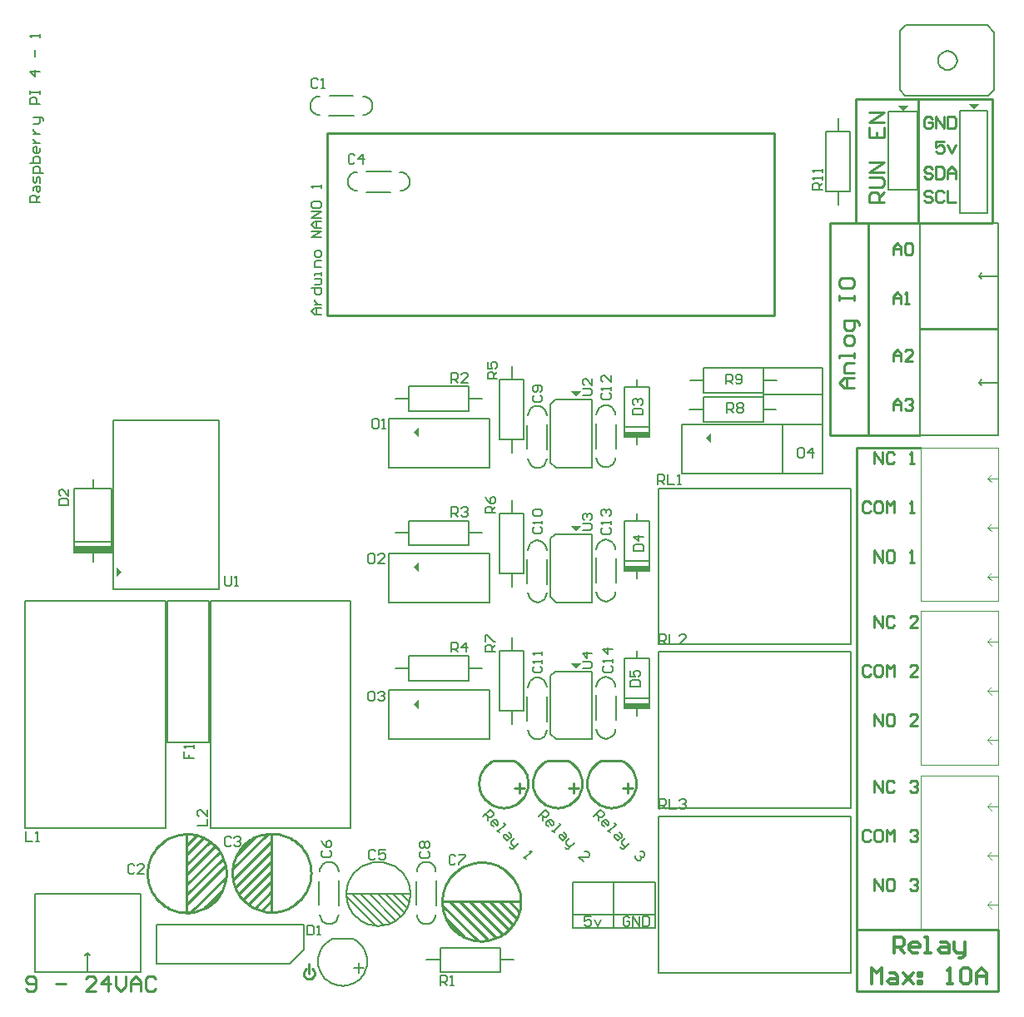
<source format=gto>
G04 Layer_Color=65535*
%FSLAX25Y25*%
%MOIN*%
G70*
G01*
G75*
%ADD14C,0.01181*%
%ADD43C,0.01000*%
%ADD44C,0.00787*%
%ADD45C,0.00394*%
%ADD46C,0.00700*%
%ADD47C,0.00709*%
%ADD48R,0.10000X0.02000*%
%ADD49R,0.15000X0.03000*%
G36*
X1342043Y959303D02*
X1340043Y961303D01*
X1342043Y963303D01*
Y959303D01*
D02*
G37*
G36*
X1405153Y975673D02*
X1403154Y977673D01*
X1407154D01*
X1405153Y975673D01*
D02*
G37*
G36*
X1223161Y959252D02*
X1221161Y957252D01*
Y961252D01*
X1223161Y959252D01*
D02*
G37*
G36*
X1342043Y904382D02*
X1340043Y906382D01*
X1342043Y908382D01*
Y904382D01*
D02*
G37*
G36*
X1405153Y920752D02*
X1403154Y922752D01*
X1407154D01*
X1405153Y920752D01*
D02*
G37*
G36*
X1536024Y1144082D02*
X1534024Y1146082D01*
X1538024D01*
X1536024Y1144082D01*
D02*
G37*
G36*
X1564370Y1144516D02*
X1562370Y1146516D01*
X1566370D01*
X1564370Y1144516D01*
D02*
G37*
G36*
X1405153Y1029512D02*
X1403154Y1031512D01*
X1407154D01*
X1405153Y1029512D01*
D02*
G37*
G36*
X1459185Y1010779D02*
X1457185Y1012780D01*
X1459185Y1014779D01*
Y1010779D01*
D02*
G37*
G36*
X1342043Y1013142D02*
X1340043Y1015142D01*
X1342043Y1017142D01*
Y1013142D01*
D02*
G37*
D14*
X1532239Y806761D02*
Y813058D01*
X1535387D01*
X1536437Y812008D01*
Y809909D01*
X1535387Y808860D01*
X1532239D01*
X1534338D02*
X1536437Y806761D01*
X1541685D02*
X1539585D01*
X1538536Y807810D01*
Y809909D01*
X1539585Y810959D01*
X1541685D01*
X1542734Y809909D01*
Y808860D01*
X1538536D01*
X1544833Y806761D02*
X1546932D01*
X1545883D01*
Y813058D01*
X1544833D01*
X1551130Y810959D02*
X1553229D01*
X1554279Y809909D01*
Y806761D01*
X1551130D01*
X1550081Y807810D01*
X1551130Y808860D01*
X1554279D01*
X1556378Y810959D02*
Y807810D01*
X1557428Y806761D01*
X1560576D01*
Y805711D01*
X1559527Y804662D01*
X1558477D01*
X1560576Y806761D02*
Y810959D01*
X1523318Y794270D02*
Y800568D01*
X1525417Y798468D01*
X1527516Y800568D01*
Y794270D01*
X1530665Y798468D02*
X1532764D01*
X1533813Y797419D01*
Y794270D01*
X1530665D01*
X1529615Y795320D01*
X1530665Y796370D01*
X1533813D01*
X1535912Y798468D02*
X1540110Y794270D01*
X1538011Y796370D01*
X1540110Y798468D01*
X1535912Y794270D01*
X1542209Y798468D02*
X1543259D01*
Y797419D01*
X1542209D01*
Y798468D01*
Y795320D02*
X1543259D01*
Y794270D01*
X1542209D01*
Y795320D01*
X1553754Y794270D02*
X1555853D01*
X1554804D01*
Y800568D01*
X1553754Y799518D01*
X1559002D02*
X1560051Y800568D01*
X1562150D01*
X1563200Y799518D01*
Y795320D01*
X1562150Y794270D01*
X1560051D01*
X1559002Y795320D01*
Y799518D01*
X1565299Y794270D02*
Y798468D01*
X1567398Y800568D01*
X1569497Y798468D01*
Y794270D01*
Y797419D01*
X1565299D01*
D43*
X1297006Y800270D02*
X1296320Y799605D01*
X1295977Y798713D01*
X1296038Y797759D01*
X1296494Y796918D01*
X1297260Y796346D01*
X1298195Y796148D01*
X1299127Y796359D01*
X1299885Y796942D01*
X1300329Y797789D01*
X1300377Y798743D01*
X1300021Y799630D01*
X1299325Y800287D01*
X1371984Y883606D02*
X1371098Y883158D01*
X1370262Y882622D01*
X1369484Y882005D01*
X1368772Y881313D01*
X1368133Y880553D01*
X1367574Y879732D01*
X1367101Y878859D01*
X1366718Y877943D01*
X1366429Y876993D01*
X1366237Y876019D01*
X1366144Y875030D01*
X1366152Y874037D01*
X1366259Y873050D01*
X1366465Y872079D01*
X1366768Y871133D01*
X1367165Y870223D01*
X1367651Y869357D01*
X1368222Y868544D01*
X1368872Y867794D01*
X1369594Y867112D01*
X1370381Y866507D01*
X1371225Y865984D01*
X1372118Y865548D01*
X1373049Y865205D01*
X1374011Y864957D01*
X1374992Y864808D01*
X1375984Y864757D01*
X1376976Y864808D01*
X1377958Y864957D01*
X1378919Y865205D01*
X1379851Y865548D01*
X1380743Y865984D01*
X1381588Y866507D01*
X1382375Y867112D01*
X1383097Y867794D01*
X1383747Y868544D01*
X1384317Y869357D01*
X1384804Y870223D01*
X1385200Y871133D01*
X1385503Y872079D01*
X1385709Y873050D01*
X1385817Y874037D01*
X1385824Y875030D01*
X1385731Y876019D01*
X1385540Y876993D01*
X1385251Y877943D01*
X1384867Y878859D01*
X1384394Y879732D01*
X1383835Y880553D01*
X1383197Y881313D01*
X1382485Y882005D01*
X1381706Y882622D01*
X1380870Y883158D01*
X1379984Y883606D01*
X1393589D02*
X1392703Y883158D01*
X1391866Y882622D01*
X1391088Y882005D01*
X1390376Y881313D01*
X1389738Y880553D01*
X1389179Y879732D01*
X1388705Y878859D01*
X1388322Y877943D01*
X1388033Y876993D01*
X1387842Y876019D01*
X1387749Y875030D01*
X1387756Y874037D01*
X1387864Y873050D01*
X1388070Y872079D01*
X1388373Y871133D01*
X1388769Y870223D01*
X1389255Y869357D01*
X1389826Y868544D01*
X1390476Y867794D01*
X1391198Y867112D01*
X1391985Y866507D01*
X1392829Y865984D01*
X1393722Y865548D01*
X1394654Y865205D01*
X1395615Y864957D01*
X1396597Y864808D01*
X1397589Y864757D01*
X1398580Y864808D01*
X1399562Y864957D01*
X1400524Y865205D01*
X1401455Y865548D01*
X1402348Y865984D01*
X1403192Y866507D01*
X1403979Y867112D01*
X1404701Y867794D01*
X1405351Y868544D01*
X1405922Y869357D01*
X1406408Y870223D01*
X1406805Y871133D01*
X1407108Y872079D01*
X1407314Y873050D01*
X1407421Y874037D01*
X1407428Y875030D01*
X1407336Y876019D01*
X1407144Y876993D01*
X1406855Y877943D01*
X1406472Y878859D01*
X1405998Y879732D01*
X1405439Y880553D01*
X1404801Y881313D01*
X1404089Y882005D01*
X1403311Y882622D01*
X1402474Y883158D01*
X1401589Y883606D01*
X1415193D02*
X1414307Y883158D01*
X1413471Y882622D01*
X1412693Y882005D01*
X1411981Y881313D01*
X1411342Y880553D01*
X1410783Y879732D01*
X1410310Y878859D01*
X1409927Y877943D01*
X1409638Y876993D01*
X1409446Y876019D01*
X1409353Y875030D01*
X1409361Y874037D01*
X1409468Y873050D01*
X1409674Y872079D01*
X1409977Y871133D01*
X1410373Y870223D01*
X1410860Y869357D01*
X1411431Y868544D01*
X1412080Y867794D01*
X1412803Y867112D01*
X1413590Y866507D01*
X1414434Y865984D01*
X1415326Y865548D01*
X1416258Y865205D01*
X1417220Y864957D01*
X1418201Y864808D01*
X1419193Y864757D01*
X1420185Y864808D01*
X1421166Y864957D01*
X1422128Y865205D01*
X1423060Y865548D01*
X1423952Y865984D01*
X1424796Y866507D01*
X1425583Y867112D01*
X1426305Y867794D01*
X1426955Y868544D01*
X1427526Y869357D01*
X1428012Y870223D01*
X1428409Y871133D01*
X1428712Y872079D01*
X1428918Y873050D01*
X1429025Y874037D01*
X1429033Y875030D01*
X1428940Y876019D01*
X1428748Y876993D01*
X1428459Y877943D01*
X1428076Y878859D01*
X1427603Y879732D01*
X1427044Y880553D01*
X1426405Y881313D01*
X1425693Y882005D01*
X1424915Y882622D01*
X1424079Y883158D01*
X1423193Y883606D01*
X1264961Y838484D02*
X1264929Y839483D01*
X1264834Y840478D01*
X1264676Y841465D01*
X1264456Y842439D01*
X1264174Y843398D01*
X1263833Y844337D01*
X1263432Y845253D01*
X1262974Y846141D01*
X1262461Y846998D01*
X1261894Y847821D01*
X1261276Y848607D01*
X1260610Y849352D01*
X1259898Y850053D01*
X1259143Y850707D01*
X1258347Y851312D01*
X1257515Y851866D01*
X1256650Y852365D01*
X1255755Y852809D01*
X1254833Y853195D01*
X1253889Y853522D01*
X1252925Y853788D01*
X1251947Y853993D01*
X1250958Y854135D01*
X1249962Y854214D01*
X1248963Y854230D01*
X1247965Y854183D01*
X1246971Y854072D01*
X1245987Y853899D01*
X1245016Y853663D01*
X1244062Y853366D01*
X1243128Y853010D01*
X1242219Y852594D01*
X1241339Y852122D01*
X1240489Y851596D01*
X1239675Y851016D01*
X1238900Y850386D01*
X1238166Y849708D01*
X1237476Y848985D01*
X1236834Y848219D01*
X1236241Y847414D01*
X1235701Y846574D01*
X1235215Y845700D01*
X1234786Y844798D01*
X1234414Y843870D01*
X1234103Y842921D01*
X1233852Y841954D01*
X1233662Y840973D01*
X1233536Y839981D01*
X1233473Y838984D01*
Y837985D01*
X1233536Y836987D01*
X1233662Y835996D01*
X1233852Y835015D01*
X1234103Y834048D01*
X1234414Y833098D01*
X1234786Y832170D01*
X1235215Y831268D01*
X1235701Y830395D01*
X1236241Y829554D01*
X1236834Y828749D01*
X1237476Y827984D01*
X1238166Y827261D01*
X1238900Y826583D01*
X1239675Y825953D01*
X1240489Y825373D01*
X1241339Y824846D01*
X1242219Y824374D01*
X1243128Y823959D01*
X1244062Y823602D01*
X1245016Y823306D01*
X1245987Y823070D01*
X1246971Y822896D01*
X1247965Y822786D01*
X1248963Y822738D01*
X1249962Y822754D01*
X1250958Y822833D01*
X1251947Y822976D01*
X1252925Y823180D01*
X1253889Y823446D01*
X1254833Y823773D01*
X1255755Y824159D01*
X1256650Y824603D01*
X1257515Y825103D01*
X1258347Y825656D01*
X1259142Y826262D01*
X1259898Y826916D01*
X1260610Y827617D01*
X1261276Y828362D01*
X1261894Y829147D01*
X1262461Y829970D01*
X1262974Y830828D01*
X1263432Y831716D01*
X1263833Y832631D01*
X1264174Y833570D01*
X1264456Y834529D01*
X1264676Y835504D01*
X1264834Y836491D01*
X1264929Y837485D01*
X1264961Y838484D01*
X1298917Y838681D02*
X1298886Y839680D01*
X1298791Y840675D01*
X1298633Y841661D01*
X1298413Y842636D01*
X1298131Y843595D01*
X1297789Y844534D01*
X1297389Y845450D01*
X1296931Y846338D01*
X1296417Y847195D01*
X1295851Y848018D01*
X1295233Y848804D01*
X1294567Y849549D01*
X1293855Y850249D01*
X1293099Y850904D01*
X1292304Y851509D01*
X1291472Y852063D01*
X1290607Y852562D01*
X1289711Y853006D01*
X1288790Y853392D01*
X1287845Y853719D01*
X1286882Y853985D01*
X1285904Y854190D01*
X1284915Y854332D01*
X1283919Y854411D01*
X1282919Y854427D01*
X1281921Y854380D01*
X1280928Y854269D01*
X1279944Y854095D01*
X1278973Y853860D01*
X1278019Y853563D01*
X1277085Y853206D01*
X1276176Y852791D01*
X1275295Y852319D01*
X1274446Y851792D01*
X1273632Y851213D01*
X1272857Y850583D01*
X1272122Y849905D01*
X1271433Y849181D01*
X1270790Y848416D01*
X1270198Y847611D01*
X1269658Y846770D01*
X1269172Y845897D01*
X1268742Y844995D01*
X1268371Y844067D01*
X1268059Y843118D01*
X1267808Y842151D01*
X1267619Y841169D01*
X1267493Y840178D01*
X1267429Y839181D01*
Y838181D01*
X1267493Y837184D01*
X1267619Y836193D01*
X1267808Y835212D01*
X1268059Y834244D01*
X1268371Y833295D01*
X1268742Y832367D01*
X1269172Y831465D01*
X1269658Y830592D01*
X1270198Y829751D01*
X1270790Y828946D01*
X1271433Y828181D01*
X1272122Y827458D01*
X1272857Y826779D01*
X1273632Y826149D01*
X1274446Y825570D01*
X1275295Y825043D01*
X1276176Y824571D01*
X1277085Y824156D01*
X1278019Y823799D01*
X1278973Y823503D01*
X1279944Y823267D01*
X1280928Y823093D01*
X1281921Y822983D01*
X1282919Y822935D01*
X1283919Y822951D01*
X1284915Y823030D01*
X1285904Y823172D01*
X1286882Y823377D01*
X1287845Y823643D01*
X1288789Y823970D01*
X1289711Y824356D01*
X1290607Y824800D01*
X1291472Y825300D01*
X1292304Y825853D01*
X1293099Y826458D01*
X1293855Y827113D01*
X1294567Y827814D01*
X1295233Y828558D01*
X1295851Y829344D01*
X1296417Y830167D01*
X1296931Y831024D01*
X1297389Y831913D01*
X1297789Y832828D01*
X1298131Y833767D01*
X1298413Y834726D01*
X1298633Y835701D01*
X1298791Y836687D01*
X1298886Y837682D01*
X1298917Y838681D01*
X1382874Y827165D02*
X1382842Y828164D01*
X1382747Y829159D01*
X1382589Y830146D01*
X1382369Y831120D01*
X1382088Y832079D01*
X1381746Y833018D01*
X1381345Y833934D01*
X1380887Y834822D01*
X1380374Y835679D01*
X1379807Y836502D01*
X1379190Y837288D01*
X1378523Y838033D01*
X1377811Y838734D01*
X1377056Y839388D01*
X1376261Y839993D01*
X1375429Y840547D01*
X1374563Y841047D01*
X1373668Y841490D01*
X1372746Y841876D01*
X1371802Y842203D01*
X1370839Y842469D01*
X1369861Y842674D01*
X1368871Y842816D01*
X1367875Y842896D01*
X1366876Y842911D01*
X1365878Y842864D01*
X1364885Y842753D01*
X1363901Y842579D01*
X1362930Y842344D01*
X1361975Y842047D01*
X1361042Y841691D01*
X1360133Y841276D01*
X1359252Y840804D01*
X1358403Y840277D01*
X1357589Y839697D01*
X1356813Y839067D01*
X1356079Y838389D01*
X1355389Y837666D01*
X1354747Y836900D01*
X1354155Y836095D01*
X1353614Y835255D01*
X1353129Y834381D01*
X1352699Y833479D01*
X1352328Y832551D01*
X1352016Y831602D01*
X1351765Y830635D01*
X1351576Y829653D01*
X1351449Y828662D01*
X1351386Y827665D01*
Y826666D01*
X1351449Y825668D01*
X1351576Y824677D01*
X1351765Y823696D01*
X1352016Y822729D01*
X1352328Y821779D01*
X1352699Y820852D01*
X1353129Y819949D01*
X1353614Y819076D01*
X1354155Y818235D01*
X1354747Y817430D01*
X1355389Y816665D01*
X1356079Y815942D01*
X1356813Y815264D01*
X1357589Y814634D01*
X1358403Y814054D01*
X1359252Y813527D01*
X1360133Y813055D01*
X1361042Y812640D01*
X1361975Y812283D01*
X1362930Y811987D01*
X1363901Y811751D01*
X1364885Y811578D01*
X1365878Y811467D01*
X1366876Y811419D01*
X1367875Y811435D01*
X1368871Y811514D01*
X1369861Y811656D01*
X1370839Y811861D01*
X1371802Y812127D01*
X1372746Y812454D01*
X1373668Y812840D01*
X1374563Y813284D01*
X1375429Y813784D01*
X1376261Y814337D01*
X1377056Y814942D01*
X1377811Y815597D01*
X1378523Y816298D01*
X1379190Y817043D01*
X1379807Y817828D01*
X1380374Y818651D01*
X1380887Y819509D01*
X1381345Y820397D01*
X1381746Y821312D01*
X1382088Y822251D01*
X1382369Y823210D01*
X1382589Y824185D01*
X1382747Y825172D01*
X1382842Y826167D01*
X1382874Y827165D01*
X1517323Y815945D02*
X1574114D01*
Y791142D02*
Y815945D01*
X1517323Y791142D02*
X1574114D01*
X1517323D02*
Y1008957D01*
X1543209D01*
X1522047Y1014173D02*
Y1098720D01*
X1506693Y1014075D02*
X1542618D01*
X1506693D02*
Y1098971D01*
X1542618D01*
X1542028Y1099016D02*
Y1148720D01*
X1538386Y1099016D02*
X1542028D01*
X1571850D02*
Y1148622D01*
X1516929Y1099016D02*
X1571850D01*
X1516929D02*
Y1148622D01*
X1571850D01*
X1298130Y798425D02*
Y802264D01*
X1305374Y1135000D02*
X1484508D01*
X1305374Y1061969D02*
Y1135000D01*
Y1061969D02*
X1484508D01*
Y1135000D01*
X1371984Y883606D02*
X1379984D01*
X1382480Y871531D02*
Y874531D01*
Y870531D02*
Y874531D01*
X1380480Y872532D02*
X1384480D01*
X1393589Y883606D02*
X1401589D01*
X1404085Y871531D02*
Y874531D01*
Y870531D02*
Y874531D01*
X1402085Y872532D02*
X1406085D01*
X1415193Y883606D02*
X1423193D01*
X1425689Y871531D02*
Y874531D01*
Y870531D02*
Y874531D01*
X1423689Y872532D02*
X1427689D01*
X1256213Y824484D02*
X1263313Y831584D01*
X1256013Y824484D02*
X1256213D01*
X1250713Y822784D02*
X1264913Y836984D01*
X1249413Y822784D02*
X1250713D01*
X1249213Y825884D02*
X1264513Y841184D01*
X1249213Y829884D02*
X1263713Y844384D01*
X1249213Y833884D02*
X1262313Y846984D01*
X1249213Y833084D02*
Y833884D01*
Y837984D02*
X1260513Y849284D01*
X1249213Y836184D02*
Y837984D01*
Y841884D02*
X1258313Y850984D01*
X1249213Y840684D02*
Y841884D01*
Y845884D02*
X1255813Y852484D01*
X1249213Y843584D02*
Y845884D01*
Y849684D02*
X1253013Y853484D01*
X1249213Y848884D02*
Y849684D01*
Y822736D02*
Y854232D01*
X1269069Y845581D02*
X1276169Y852681D01*
X1276369D01*
X1267469Y840181D02*
X1281669Y854381D01*
X1282969D01*
X1267869Y835981D02*
X1283169Y851281D01*
X1268669Y832781D02*
X1283169Y847281D01*
X1270069Y830181D02*
X1283169Y843281D01*
Y844081D01*
X1271869Y827881D02*
X1283169Y839181D01*
Y840981D01*
X1274069Y826181D02*
X1283169Y835281D01*
Y836481D01*
X1276569Y824681D02*
X1283169Y831281D01*
Y833581D01*
X1279369Y823681D02*
X1283169Y827481D01*
Y828281D01*
Y822933D02*
Y854429D01*
X1353126Y820165D02*
X1360226Y813065D01*
X1353126Y820165D02*
Y820365D01*
X1351426Y825665D02*
X1365626Y811465D01*
X1351426Y825665D02*
Y826965D01*
X1354526Y827165D02*
X1369826Y811865D01*
X1358526Y827165D02*
X1373026Y812665D01*
X1362526Y827165D02*
X1375626Y814065D01*
X1361726Y827165D02*
X1362526D01*
X1366626D02*
X1377926Y815865D01*
X1364826Y827165D02*
X1366626D01*
X1370526D02*
X1379626Y818065D01*
X1369326Y827165D02*
X1370526D01*
X1374526D02*
X1381126Y820565D01*
X1372226Y827165D02*
X1374526D01*
X1378326D02*
X1382126Y823365D01*
X1377526Y827165D02*
X1378326D01*
X1351378D02*
X1382874D01*
X1184744Y792240D02*
X1185744Y791240D01*
X1187743D01*
X1188743Y792240D01*
Y796239D01*
X1187743Y797238D01*
X1185744D01*
X1184744Y796239D01*
Y795239D01*
X1185744Y794239D01*
X1188743D01*
X1196740D02*
X1200739D01*
X1212735Y791240D02*
X1208736D01*
X1212735Y795239D01*
Y796239D01*
X1211735Y797238D01*
X1209736D01*
X1208736Y796239D01*
X1217733Y791240D02*
Y797238D01*
X1214734Y794239D01*
X1218733D01*
X1220732Y797238D02*
Y793239D01*
X1222732Y791240D01*
X1224731Y793239D01*
Y797238D01*
X1226731Y791240D02*
Y795239D01*
X1228730Y797238D01*
X1230729Y795239D01*
Y791240D01*
Y794239D01*
X1226731D01*
X1236727Y796239D02*
X1235728Y797238D01*
X1233728D01*
X1232729Y796239D01*
Y792240D01*
X1233728Y791240D01*
X1235728D01*
X1236727Y792240D01*
X1528543Y1107283D02*
X1522545D01*
Y1110283D01*
X1523545Y1111282D01*
X1525544D01*
X1526544Y1110283D01*
Y1107283D01*
Y1109283D02*
X1528543Y1111282D01*
X1522545Y1113282D02*
X1527544D01*
X1528543Y1114281D01*
Y1116281D01*
X1527544Y1117280D01*
X1522545D01*
X1528543Y1119280D02*
X1522545D01*
X1528543Y1123278D01*
X1522545D01*
X1522447Y1137365D02*
Y1133366D01*
X1528445D01*
Y1137365D01*
X1525446Y1133366D02*
Y1135365D01*
X1528445Y1139364D02*
X1522447D01*
X1528445Y1143363D01*
X1522447D01*
X1516535Y1032874D02*
X1512537D01*
X1510537Y1034873D01*
X1512537Y1036873D01*
X1516535D01*
X1513536D01*
Y1032874D01*
X1516535Y1038872D02*
X1512537D01*
Y1041871D01*
X1513536Y1042871D01*
X1516535D01*
Y1044870D02*
Y1046869D01*
Y1045870D01*
X1510537D01*
Y1044870D01*
X1516535Y1050868D02*
Y1052868D01*
X1515536Y1053867D01*
X1513536D01*
X1512537Y1052868D01*
Y1050868D01*
X1513536Y1049868D01*
X1515536D01*
X1516535Y1050868D01*
X1518535Y1057866D02*
Y1058866D01*
X1517535Y1059865D01*
X1512537D01*
Y1056866D01*
X1513536Y1055867D01*
X1515536D01*
X1516535Y1056866D01*
Y1059865D01*
X1510537Y1067863D02*
Y1069862D01*
Y1068862D01*
X1516535D01*
Y1067863D01*
Y1069862D01*
X1510537Y1075860D02*
Y1073861D01*
X1511537Y1072861D01*
X1515536D01*
X1516535Y1073861D01*
Y1075860D01*
X1515536Y1076860D01*
X1511537D01*
X1510537Y1075860D01*
X1547588Y1120668D02*
X1546800Y1121455D01*
X1545226D01*
X1544439Y1120668D01*
Y1119881D01*
X1545226Y1119094D01*
X1546800D01*
X1547588Y1118307D01*
Y1117519D01*
X1546800Y1116732D01*
X1545226D01*
X1544439Y1117519D01*
X1549162Y1121455D02*
Y1116732D01*
X1551523D01*
X1552310Y1117519D01*
Y1120668D01*
X1551523Y1121455D01*
X1549162D01*
X1553885Y1116732D02*
Y1119881D01*
X1555459Y1121455D01*
X1557033Y1119881D01*
Y1116732D01*
Y1119094D01*
X1553885D01*
X1547588Y1111121D02*
X1546800Y1111908D01*
X1545226D01*
X1544439Y1111121D01*
Y1110334D01*
X1545226Y1109546D01*
X1546800D01*
X1547588Y1108759D01*
Y1107972D01*
X1546800Y1107185D01*
X1545226D01*
X1544439Y1107972D01*
X1552310Y1111121D02*
X1551523Y1111908D01*
X1549949D01*
X1549162Y1111121D01*
Y1107972D01*
X1549949Y1107185D01*
X1551523D01*
X1552310Y1107972D01*
X1553885Y1111908D02*
Y1107185D01*
X1557033D01*
X1547588Y1140747D02*
X1546800Y1141534D01*
X1545226D01*
X1544439Y1140747D01*
Y1137598D01*
X1545226Y1136811D01*
X1546800D01*
X1547588Y1137598D01*
Y1139172D01*
X1546013D01*
X1549162Y1136811D02*
Y1141534D01*
X1552310Y1136811D01*
Y1141534D01*
X1553885D02*
Y1136811D01*
X1556246D01*
X1557033Y1137598D01*
Y1140747D01*
X1556246Y1141534D01*
X1553885D01*
X1552310Y1131691D02*
X1549162D01*
Y1129330D01*
X1550736Y1130117D01*
X1551523D01*
X1552310Y1129330D01*
Y1127756D01*
X1551523Y1126968D01*
X1549949D01*
X1549162Y1127756D01*
X1553885Y1130117D02*
X1555459Y1126968D01*
X1557033Y1130117D01*
X1531988Y1023863D02*
Y1027012D01*
X1533562Y1028586D01*
X1535137Y1027012D01*
Y1023863D01*
Y1026225D01*
X1531988D01*
X1536711Y1027799D02*
X1537498Y1028586D01*
X1539073D01*
X1539860Y1027799D01*
Y1027012D01*
X1539073Y1026225D01*
X1538285D01*
X1539073D01*
X1539860Y1025438D01*
Y1024650D01*
X1539073Y1023863D01*
X1537498D01*
X1536711Y1024650D01*
X1531988Y1043548D02*
Y1046697D01*
X1533562Y1048271D01*
X1535137Y1046697D01*
Y1043548D01*
Y1045910D01*
X1531988D01*
X1539860Y1043548D02*
X1536711D01*
X1539860Y1046697D01*
Y1047484D01*
X1539073Y1048271D01*
X1537498D01*
X1536711Y1047484D01*
X1531988Y1066535D02*
Y1069684D01*
X1533562Y1071258D01*
X1535137Y1069684D01*
Y1066535D01*
Y1068897D01*
X1531988D01*
X1536711Y1066535D02*
X1538285D01*
X1537498D01*
Y1071258D01*
X1536711Y1070471D01*
X1531988Y1086220D02*
Y1089369D01*
X1533562Y1090943D01*
X1535137Y1089369D01*
Y1086220D01*
Y1088582D01*
X1531988D01*
X1536711Y1090156D02*
X1537498Y1090943D01*
X1539073D01*
X1539860Y1090156D01*
Y1087008D01*
X1539073Y1086220D01*
X1537498D01*
X1536711Y1087008D01*
Y1090156D01*
X1524506Y870965D02*
Y875687D01*
X1527655Y870965D01*
Y875687D01*
X1532378Y874900D02*
X1531591Y875687D01*
X1530016D01*
X1529229Y874900D01*
Y871752D01*
X1530016Y870965D01*
X1531591D01*
X1532378Y871752D01*
X1538675Y874900D02*
X1539462Y875687D01*
X1541036D01*
X1541824Y874900D01*
Y874113D01*
X1541036Y873326D01*
X1540249D01*
X1541036D01*
X1541824Y872539D01*
Y871752D01*
X1541036Y870965D01*
X1539462D01*
X1538675Y871752D01*
X1522932Y855215D02*
X1522145Y856002D01*
X1520571D01*
X1519783Y855215D01*
Y852067D01*
X1520571Y851280D01*
X1522145D01*
X1522932Y852067D01*
X1526868Y856002D02*
X1525294D01*
X1524506Y855215D01*
Y852067D01*
X1525294Y851280D01*
X1526868D01*
X1527655Y852067D01*
Y855215D01*
X1526868Y856002D01*
X1529229Y851280D02*
Y856002D01*
X1530803Y854428D01*
X1532378Y856002D01*
Y851280D01*
X1538675Y855215D02*
X1539462Y856002D01*
X1541036D01*
X1541824Y855215D01*
Y854428D01*
X1541036Y853641D01*
X1540249D01*
X1541036D01*
X1541824Y852854D01*
Y852067D01*
X1541036Y851280D01*
X1539462D01*
X1538675Y852067D01*
X1524506Y831594D02*
Y836317D01*
X1527655Y831594D01*
Y836317D01*
X1531591D02*
X1530016D01*
X1529229Y835530D01*
Y832382D01*
X1530016Y831594D01*
X1531591D01*
X1532378Y832382D01*
Y835530D01*
X1531591Y836317D01*
X1538675Y835530D02*
X1539462Y836317D01*
X1541036D01*
X1541824Y835530D01*
Y834743D01*
X1541036Y833956D01*
X1540249D01*
X1541036D01*
X1541824Y833169D01*
Y832382D01*
X1541036Y831594D01*
X1539462D01*
X1538675Y832382D01*
X1524506Y937008D02*
Y941731D01*
X1527655Y937008D01*
Y941731D01*
X1532378Y940944D02*
X1531591Y941731D01*
X1530016D01*
X1529229Y940944D01*
Y937795D01*
X1530016Y937008D01*
X1531591D01*
X1532378Y937795D01*
X1541824Y937008D02*
X1538675D01*
X1541824Y940156D01*
Y940944D01*
X1541036Y941731D01*
X1539462D01*
X1538675Y940944D01*
X1522932Y921259D02*
X1522145Y922046D01*
X1520571D01*
X1519783Y921259D01*
Y918110D01*
X1520571Y917323D01*
X1522145D01*
X1522932Y918110D01*
X1526868Y922046D02*
X1525294D01*
X1524506Y921259D01*
Y918110D01*
X1525294Y917323D01*
X1526868D01*
X1527655Y918110D01*
Y921259D01*
X1526868Y922046D01*
X1529229Y917323D02*
Y922046D01*
X1530803Y920471D01*
X1532378Y922046D01*
Y917323D01*
X1541824D02*
X1538675D01*
X1541824Y920471D01*
Y921259D01*
X1541036Y922046D01*
X1539462D01*
X1538675Y921259D01*
X1524506Y897638D02*
Y902361D01*
X1527655Y897638D01*
Y902361D01*
X1531591D02*
X1530016D01*
X1529229Y901573D01*
Y898425D01*
X1530016Y897638D01*
X1531591D01*
X1532378Y898425D01*
Y901573D01*
X1531591Y902361D01*
X1541824Y897638D02*
X1538675D01*
X1541824Y900786D01*
Y901573D01*
X1541036Y902361D01*
X1539462D01*
X1538675Y901573D01*
X1524506Y963091D02*
Y967813D01*
X1527655Y963091D01*
Y967813D01*
X1531591D02*
X1530016D01*
X1529229Y967026D01*
Y963878D01*
X1530016Y963091D01*
X1531591D01*
X1532378Y963878D01*
Y967026D01*
X1531591Y967813D01*
X1538675Y963091D02*
X1540249D01*
X1539462D01*
Y967813D01*
X1538675Y967026D01*
X1522932Y986711D02*
X1522145Y987498D01*
X1520571D01*
X1519783Y986711D01*
Y983563D01*
X1520571Y982776D01*
X1522145D01*
X1522932Y983563D01*
X1526868Y987498D02*
X1525294D01*
X1524506Y986711D01*
Y983563D01*
X1525294Y982776D01*
X1526868D01*
X1527655Y983563D01*
Y986711D01*
X1526868Y987498D01*
X1529229Y982776D02*
Y987498D01*
X1530803Y985924D01*
X1532378Y987498D01*
Y982776D01*
X1538675D02*
X1540249D01*
X1539462D01*
Y987498D01*
X1538675Y986711D01*
X1524506Y1002461D02*
Y1007183D01*
X1527655Y1002461D01*
Y1007183D01*
X1532378Y1006396D02*
X1531591Y1007183D01*
X1530016D01*
X1529229Y1006396D01*
Y1003248D01*
X1530016Y1002461D01*
X1531591D01*
X1532378Y1003248D01*
X1538675Y1002461D02*
X1540249D01*
X1539462D01*
Y1007183D01*
X1538675Y1006396D01*
D44*
X1334604Y1111793D02*
X1335590Y1111913D01*
X1336509Y1112287D01*
X1337299Y1112889D01*
X1337903Y1113676D01*
X1338281Y1114595D01*
X1338404Y1115580D01*
X1338266Y1116563D01*
X1337874Y1117475D01*
X1337258Y1118254D01*
X1336459Y1118843D01*
X1335534Y1119203D01*
X1334547Y1119309D01*
X1317421Y1119291D02*
X1316436Y1119171D01*
X1315516Y1118797D01*
X1314727Y1118195D01*
X1314122Y1117408D01*
X1313745Y1116489D01*
X1313621Y1115504D01*
X1313760Y1114521D01*
X1314151Y1113609D01*
X1314767Y1112830D01*
X1315566Y1112241D01*
X1316491Y1111881D01*
X1317479Y1111775D01*
X1302443Y1149625D02*
X1301458Y1149504D01*
X1300538Y1149130D01*
X1299748Y1148528D01*
X1299144Y1147741D01*
X1298767Y1146823D01*
X1298643Y1145837D01*
X1298782Y1144854D01*
X1299173Y1143942D01*
X1299789Y1143164D01*
X1300588Y1142574D01*
X1301513Y1142214D01*
X1302501Y1142109D01*
X1319626Y1142126D02*
X1320611Y1142246D01*
X1321531Y1142620D01*
X1322321Y1143222D01*
X1322925Y1144010D01*
X1323302Y1144928D01*
X1323426Y1145913D01*
X1323287Y1146896D01*
X1322896Y1147809D01*
X1322280Y1148587D01*
X1321481Y1149177D01*
X1320556Y1149537D01*
X1319569Y1149642D01*
X1557640Y1164075D02*
X1557510Y1165059D01*
X1557131Y1165975D01*
X1556526Y1166763D01*
X1555739Y1167367D01*
X1554822Y1167747D01*
X1553839Y1167876D01*
X1552855Y1167747D01*
X1551938Y1167367D01*
X1551151Y1166763D01*
X1550546Y1165975D01*
X1550167Y1165059D01*
X1550037Y1164075D01*
X1550167Y1163091D01*
X1550546Y1162174D01*
X1551151Y1161387D01*
X1551938Y1160783D01*
X1552855Y1160403D01*
X1553839Y1160273D01*
X1554822Y1160403D01*
X1555739Y1160783D01*
X1556526Y1161387D01*
X1557131Y1162174D01*
X1557510Y1163091D01*
X1557640Y1164075D01*
X1420688Y1022164D02*
X1420567Y1023150D01*
X1420193Y1024069D01*
X1419592Y1024859D01*
X1418804Y1025463D01*
X1417885Y1025841D01*
X1416900Y1025964D01*
X1415917Y1025826D01*
X1415005Y1025434D01*
X1414227Y1024818D01*
X1413637Y1024019D01*
X1413277Y1023094D01*
X1413172Y1022107D01*
X1413189Y1004981D02*
X1413309Y1003996D01*
X1413683Y1003076D01*
X1414285Y1002287D01*
X1415073Y1001682D01*
X1415991Y1001305D01*
X1416976Y1001181D01*
X1417959Y1001320D01*
X1418872Y1001711D01*
X1419650Y1002328D01*
X1420240Y1003126D01*
X1420600Y1004051D01*
X1420705Y1005039D01*
X1385808Y1004686D02*
X1385929Y1003701D01*
X1386303Y1002781D01*
X1386905Y1001991D01*
X1387692Y1001387D01*
X1388610Y1001010D01*
X1389596Y1000886D01*
X1390579Y1001025D01*
X1391491Y1001416D01*
X1392269Y1002032D01*
X1392859Y1002831D01*
X1393219Y1003756D01*
X1393324Y1004743D01*
X1393307Y1021869D02*
X1393187Y1022854D01*
X1392813Y1023774D01*
X1392211Y1024564D01*
X1391423Y1025168D01*
X1390505Y1025545D01*
X1389520Y1025669D01*
X1388537Y1025530D01*
X1387624Y1025139D01*
X1386846Y1024523D01*
X1386256Y1023724D01*
X1385896Y1022799D01*
X1385791Y1021812D01*
X1385808Y950848D02*
X1385929Y949862D01*
X1386303Y948942D01*
X1386905Y948153D01*
X1387692Y947548D01*
X1388610Y947171D01*
X1389596Y947047D01*
X1390579Y947186D01*
X1391491Y947577D01*
X1392269Y948194D01*
X1392859Y948992D01*
X1393219Y949918D01*
X1393324Y950905D01*
X1393307Y968030D02*
X1393187Y969016D01*
X1392813Y969936D01*
X1392211Y970725D01*
X1391423Y971330D01*
X1390505Y971707D01*
X1389520Y971830D01*
X1388537Y971692D01*
X1387624Y971301D01*
X1386846Y970684D01*
X1386256Y969886D01*
X1385896Y968960D01*
X1385791Y967973D01*
X1385808Y895926D02*
X1385929Y894941D01*
X1386303Y894021D01*
X1386905Y893231D01*
X1387692Y892627D01*
X1388610Y892250D01*
X1389596Y892126D01*
X1390579Y892265D01*
X1391491Y892656D01*
X1392269Y893272D01*
X1392859Y894071D01*
X1393219Y894996D01*
X1393324Y895984D01*
X1393307Y913109D02*
X1393187Y914095D01*
X1392813Y915014D01*
X1392211Y915804D01*
X1391423Y916408D01*
X1390505Y916786D01*
X1389520Y916909D01*
X1388537Y916771D01*
X1387624Y916379D01*
X1386846Y915763D01*
X1386256Y914964D01*
X1385896Y914039D01*
X1385791Y913052D01*
X1420688Y968326D02*
X1420567Y969311D01*
X1420193Y970231D01*
X1419592Y971020D01*
X1418804Y971625D01*
X1417885Y972002D01*
X1416900Y972126D01*
X1415917Y971987D01*
X1415005Y971596D01*
X1414227Y970979D01*
X1413637Y970181D01*
X1413277Y969256D01*
X1413172Y968268D01*
X1413189Y951143D02*
X1413309Y950157D01*
X1413683Y949238D01*
X1414285Y948448D01*
X1415073Y947843D01*
X1415991Y947466D01*
X1416976Y947343D01*
X1417959Y947481D01*
X1418872Y947872D01*
X1419650Y948489D01*
X1420240Y949288D01*
X1420600Y950213D01*
X1420705Y951200D01*
X1420688Y913404D02*
X1420567Y914390D01*
X1420193Y915310D01*
X1419592Y916099D01*
X1418804Y916704D01*
X1417885Y917081D01*
X1416900Y917204D01*
X1415917Y917066D01*
X1415005Y916675D01*
X1414227Y916058D01*
X1413637Y915259D01*
X1413277Y914334D01*
X1413172Y913347D01*
X1413189Y896222D02*
X1413309Y895236D01*
X1413683Y894316D01*
X1414285Y893527D01*
X1415073Y892922D01*
X1415991Y892545D01*
X1416976Y892421D01*
X1417959Y892560D01*
X1418872Y892951D01*
X1419650Y893568D01*
X1420240Y894366D01*
X1420600Y895292D01*
X1420705Y896279D01*
X1302442Y822037D02*
X1302563Y821051D01*
X1302937Y820131D01*
X1303539Y819342D01*
X1304326Y818737D01*
X1305244Y818360D01*
X1306229Y818236D01*
X1307213Y818375D01*
X1308125Y818766D01*
X1308903Y819383D01*
X1309493Y820181D01*
X1309853Y821107D01*
X1309958Y822094D01*
X1309941Y839219D02*
X1309821Y840205D01*
X1309447Y841125D01*
X1308845Y841914D01*
X1308057Y842519D01*
X1307139Y842896D01*
X1306154Y843019D01*
X1305171Y842881D01*
X1304258Y842490D01*
X1303480Y841873D01*
X1302890Y841075D01*
X1302530Y840149D01*
X1302425Y839162D01*
X1338681Y830224D02*
X1338642Y831228D01*
X1338524Y832226D01*
X1338328Y833211D01*
X1338055Y834178D01*
X1337707Y835121D01*
X1337286Y836033D01*
X1336796Y836910D01*
X1336237Y837745D01*
X1335615Y838534D01*
X1334933Y839272D01*
X1334196Y839954D01*
X1333407Y840576D01*
X1332571Y841134D01*
X1331695Y841625D01*
X1330782Y842046D01*
X1329840Y842393D01*
X1328873Y842666D01*
X1327887Y842862D01*
X1326890Y842980D01*
X1325886Y843020D01*
X1324882Y842980D01*
X1323884Y842862D01*
X1322899Y842666D01*
X1321932Y842393D01*
X1320989Y842046D01*
X1320077Y841625D01*
X1319200Y841134D01*
X1318365Y840576D01*
X1317576Y839954D01*
X1316838Y839272D01*
X1316156Y838534D01*
X1315534Y837745D01*
X1314976Y836910D01*
X1314485Y836033D01*
X1314065Y835121D01*
X1313717Y834178D01*
X1313444Y833211D01*
X1313248Y832226D01*
X1313130Y831228D01*
X1313091Y830224D01*
X1313130Y829220D01*
X1313248Y828223D01*
X1313444Y827237D01*
X1313717Y826270D01*
X1314065Y825328D01*
X1314485Y824415D01*
X1314976Y823539D01*
X1315534Y822703D01*
X1316156Y821914D01*
X1316838Y821177D01*
X1317576Y820495D01*
X1318365Y819873D01*
X1319200Y819315D01*
X1320077Y818824D01*
X1320989Y818403D01*
X1321932Y818055D01*
X1322899Y817783D01*
X1323884Y817587D01*
X1324882Y817468D01*
X1325886Y817429D01*
X1326890Y817468D01*
X1327887Y817587D01*
X1328873Y817783D01*
X1329840Y818055D01*
X1330782Y818403D01*
X1331695Y818824D01*
X1332571Y819315D01*
X1333407Y819873D01*
X1334196Y820495D01*
X1334933Y821177D01*
X1335615Y821914D01*
X1336237Y822703D01*
X1336796Y823539D01*
X1337286Y824415D01*
X1337707Y825328D01*
X1338055Y826270D01*
X1338328Y827237D01*
X1338524Y828223D01*
X1338642Y829220D01*
X1338681Y830224D01*
X1341320Y822037D02*
X1341440Y821051D01*
X1341815Y820131D01*
X1342416Y819342D01*
X1343204Y818737D01*
X1344122Y818360D01*
X1345107Y818236D01*
X1346091Y818375D01*
X1347003Y818766D01*
X1347781Y819383D01*
X1348371Y820181D01*
X1348731Y821107D01*
X1348836Y822094D01*
X1348819Y839219D02*
X1348699Y840205D01*
X1348325Y841125D01*
X1347723Y841914D01*
X1346935Y842519D01*
X1346017Y842896D01*
X1345032Y843019D01*
X1344049Y842881D01*
X1343136Y842490D01*
X1342358Y841873D01*
X1341768Y841075D01*
X1341408Y840149D01*
X1341303Y839162D01*
X1307614Y812248D02*
X1306728Y811800D01*
X1305892Y811264D01*
X1305114Y810647D01*
X1304402Y809955D01*
X1303763Y809195D01*
X1303204Y808374D01*
X1302731Y807501D01*
X1302348Y806585D01*
X1302059Y805635D01*
X1301867Y804661D01*
X1301774Y803672D01*
X1301782Y802679D01*
X1301889Y801692D01*
X1302095Y800720D01*
X1302398Y799775D01*
X1302795Y798864D01*
X1303281Y797999D01*
X1303852Y797186D01*
X1304502Y796435D01*
X1305224Y795754D01*
X1306011Y795148D01*
X1306855Y794625D01*
X1307747Y794190D01*
X1308679Y793847D01*
X1309641Y793599D01*
X1310623Y793449D01*
X1311614Y793399D01*
X1312606Y793449D01*
X1313588Y793599D01*
X1314549Y793847D01*
X1315481Y794190D01*
X1316373Y794625D01*
X1317217Y795148D01*
X1318005Y795754D01*
X1318727Y796435D01*
X1319376Y797186D01*
X1319948Y797999D01*
X1320434Y798864D01*
X1320830Y799775D01*
X1321133Y800721D01*
X1321339Y801692D01*
X1321447Y802679D01*
X1321454Y803672D01*
X1321361Y804661D01*
X1321169Y805635D01*
X1320881Y806585D01*
X1320497Y807501D01*
X1320024Y808374D01*
X1319465Y809195D01*
X1318826Y809955D01*
X1318114Y810647D01*
X1317336Y811264D01*
X1316500Y811800D01*
X1315614Y812248D01*
X1438189Y861220D02*
X1514961D01*
Y798622D02*
Y861220D01*
X1438189Y798622D02*
Y861220D01*
Y798622D02*
X1514961D01*
X1438189Y927264D02*
X1514961D01*
Y864665D02*
Y927264D01*
X1438189Y864665D02*
Y927264D01*
Y864665D02*
X1514961D01*
X1542618Y1056299D02*
X1573917D01*
X1542618Y1014075D02*
X1573917D01*
Y1056299D01*
X1542618Y1014075D02*
Y1056299D01*
X1566240Y1035039D02*
X1573622D01*
X1566240D02*
X1567323Y1036122D01*
X1566240Y1035039D02*
X1567323Y1033957D01*
X1542618Y1098971D02*
X1573917D01*
X1542618Y1056747D02*
X1573917D01*
Y1098971D01*
X1542618Y1056747D02*
Y1098971D01*
X1566240Y1077711D02*
X1573622D01*
X1566240D02*
X1567323Y1078794D01*
X1566240Y1077711D02*
X1567323Y1076629D01*
X1230610Y798917D02*
Y830217D01*
X1188386Y798917D02*
Y830217D01*
Y798917D02*
X1230610D01*
X1188386Y830217D02*
X1230610D01*
X1209350Y799213D02*
Y806594D01*
X1210433Y805512D01*
X1208268D02*
X1209350Y806594D01*
X1321207Y1111417D02*
X1330807D01*
X1321102Y1119488D02*
X1331102D01*
X1306240Y1150000D02*
X1315840D01*
X1305945Y1141929D02*
X1315945D01*
X1572539Y1152362D02*
Y1175394D01*
X1570177Y1150000D02*
X1572539Y1152362D01*
X1536811Y1150000D02*
X1570177D01*
X1534646Y1152165D02*
Y1175886D01*
Y1152165D02*
X1536811Y1150000D01*
X1534646Y1175886D02*
X1537106Y1178347D01*
X1569587D01*
X1572539Y1175394D01*
X1530217Y1143622D02*
X1541634D01*
X1530217Y1112421D02*
Y1143622D01*
Y1112421D02*
X1541634D01*
Y1143622D01*
X1569685Y1103012D02*
Y1143858D01*
X1558760Y1103012D02*
X1569685D01*
X1558760D02*
Y1143858D01*
X1569685D01*
X1505020Y1111720D02*
X1514862D01*
X1505020D02*
Y1135721D01*
X1514862D01*
Y1111720D02*
Y1135721D01*
X1509941Y1135820D02*
Y1141020D01*
Y1106320D02*
Y1111520D01*
X1479913Y1031004D02*
Y1040847D01*
X1455913Y1031004D02*
X1479913D01*
X1455913D02*
Y1040847D01*
X1479913D01*
X1450613Y1035925D02*
X1455813D01*
X1480113D02*
X1485313D01*
X1455913Y1019390D02*
Y1029232D01*
X1479913D01*
Y1019390D02*
Y1029232D01*
X1455913Y1019390D02*
X1479913D01*
X1480013Y1024311D02*
X1485213D01*
X1450513D02*
X1455713D01*
X1447260Y998524D02*
Y1018209D01*
Y998524D02*
X1487614D01*
Y1018209D01*
X1447260D02*
X1487614D01*
X1438189Y992717D02*
X1514961D01*
Y930118D02*
Y992717D01*
X1438189Y930118D02*
Y992717D01*
Y930118D02*
X1514961D01*
X1479913Y1040847D02*
X1503740D01*
Y998524D02*
Y1040847D01*
X1487614Y998524D02*
X1503740D01*
X1487614D02*
Y1018209D01*
X1503740D02*
Y1030217D01*
X1479913D02*
X1503740D01*
X1479913Y1029232D02*
Y1031004D01*
X1487614Y1018209D02*
X1503740D01*
X1421063Y1008767D02*
Y1018367D01*
X1412992Y1008662D02*
Y1018662D01*
X1396752Y1028150D02*
X1411417D01*
X1394882Y1026280D02*
X1396752Y1028150D01*
X1394882Y1002953D02*
Y1026280D01*
X1396949Y1000886D02*
X1411417D01*
X1394882Y1002953D02*
X1396949Y1000886D01*
X1411417D02*
Y1028150D01*
X1385433Y1008483D02*
Y1018083D01*
X1393504Y1008188D02*
Y1018188D01*
X1374311Y1036327D02*
X1384153D01*
Y1012327D02*
Y1036327D01*
X1374311Y1012327D02*
X1384153D01*
X1374311D02*
Y1036327D01*
X1379232Y1007027D02*
Y1012227D01*
Y1036527D02*
Y1041727D01*
X1362098Y1023622D02*
Y1033465D01*
X1338098Y1023622D02*
X1362098D01*
X1338098D02*
Y1033465D01*
X1362098D01*
X1332798Y1028543D02*
X1337998D01*
X1362298D02*
X1367498D01*
X1330118Y1000886D02*
Y1020571D01*
Y1000886D02*
X1370472D01*
Y1020571D01*
X1330118D02*
X1370472D01*
X1330118Y947047D02*
Y966732D01*
Y947047D02*
X1370472D01*
Y966732D01*
X1330118D02*
X1370472D01*
X1330118Y892126D02*
Y911811D01*
Y892126D02*
X1370472D01*
Y911811D01*
X1330118D02*
X1370472D01*
X1362098Y969882D02*
Y979724D01*
X1338098Y969882D02*
X1362098D01*
X1338098D02*
Y979724D01*
X1362098D01*
X1332798Y974803D02*
X1337998D01*
X1362298D02*
X1367498D01*
X1362098Y915748D02*
Y925591D01*
X1338098Y915748D02*
X1362098D01*
X1338098D02*
Y925591D01*
X1362098D01*
X1332798Y920669D02*
X1337998D01*
X1362298D02*
X1367498D01*
X1374311Y982488D02*
X1384153D01*
Y958488D02*
Y982488D01*
X1374311Y958488D02*
X1384153D01*
X1374311D02*
Y982488D01*
X1379232Y953188D02*
Y958388D01*
Y982688D02*
Y987888D01*
X1374311Y927567D02*
X1384153D01*
Y903567D02*
Y927567D01*
X1374311Y903567D02*
X1384153D01*
X1374311D02*
Y927567D01*
X1379232Y898267D02*
Y903467D01*
Y927767D02*
Y932967D01*
X1385433Y954644D02*
Y964244D01*
X1393504Y954349D02*
Y964349D01*
X1385433Y899723D02*
Y909323D01*
X1393504Y899428D02*
Y909428D01*
X1396752Y974311D02*
X1411417D01*
X1394882Y972441D02*
X1396752Y974311D01*
X1394882Y949114D02*
Y972441D01*
X1396949Y947047D02*
X1411417D01*
X1394882Y949114D02*
X1396949Y947047D01*
X1411417D02*
Y974311D01*
X1396752Y919390D02*
X1411417D01*
X1394882Y917520D02*
X1396752Y919390D01*
X1394882Y894193D02*
Y917520D01*
X1396949Y892126D02*
X1411417D01*
X1394882Y894193D02*
X1396949Y892126D01*
X1411417D02*
Y919390D01*
X1421063Y954929D02*
Y964529D01*
X1412992Y954824D02*
Y964824D01*
X1421063Y900007D02*
Y909607D01*
X1412992Y899903D02*
Y909903D01*
X1219685Y952264D02*
Y1020079D01*
Y952264D02*
X1262205D01*
Y1020079D01*
X1219685D02*
X1262205D01*
X1240650Y856594D02*
Y947736D01*
X1184547Y856594D02*
X1240650D01*
X1184547D02*
Y947736D01*
X1240650D01*
X1258760D02*
X1314862D01*
X1258760Y856594D02*
Y947736D01*
Y856594D02*
X1314862D01*
Y947736D01*
X1257973Y891043D02*
Y947736D01*
X1241437Y891043D02*
X1257973D01*
X1241437D02*
Y947736D01*
X1257973D01*
X1302067Y825834D02*
Y835434D01*
X1310138Y825538D02*
Y835538D01*
X1313086Y829124D02*
X1324586Y817624D01*
X1313086Y829124D02*
Y830524D01*
X1315486Y830224D02*
X1327886Y817824D01*
X1318786Y830224D02*
X1330586Y818424D01*
X1318386Y830224D02*
X1318786D01*
X1322286D02*
X1332786Y819724D01*
X1322086Y830224D02*
X1322286D01*
X1325586D02*
X1334586Y821224D01*
X1325286Y830224D02*
X1325586D01*
X1328686D02*
X1336086Y822824D01*
X1328086Y830224D02*
X1328686D01*
X1331886D02*
X1337186Y824924D01*
X1331686Y830224D02*
X1331886D01*
X1335086D02*
X1338086Y827224D01*
X1334186Y830224D02*
X1335086D01*
X1334286D02*
X1335286D01*
X1313286D02*
X1338386D01*
X1340945Y825834D02*
Y835434D01*
X1349016Y825538D02*
Y835538D01*
X1350598Y798917D02*
Y808760D01*
X1374598D01*
Y798917D02*
Y808760D01*
X1350598Y798917D02*
X1374598D01*
X1374698Y803839D02*
X1379898D01*
X1345198D02*
X1350398D01*
X1307614Y812248D02*
X1315614D01*
X1318012Y798681D02*
Y802681D01*
X1316012Y800681D02*
X1320012D01*
X1237008Y817913D02*
X1296063D01*
X1237008Y802165D02*
Y817913D01*
X1296063Y807967D02*
Y817913D01*
X1290261Y802165D02*
X1296063Y807967D01*
X1237008Y802165D02*
X1290261D01*
X1403642Y834941D02*
X1436614D01*
Y816535D02*
Y834941D01*
X1403642Y816535D02*
X1436614D01*
X1403642D02*
Y834941D01*
X1420128Y816535D02*
Y834941D01*
X1403642Y821998D02*
X1436614D01*
D45*
X1543209Y815945D02*
Y877461D01*
X1574114Y815945D02*
Y877461D01*
X1543209Y815945D02*
X1574114D01*
X1543209Y877461D02*
X1574114D01*
X1569843Y825886D02*
X1574114D01*
X1569843D02*
X1571417Y824311D01*
X1569843Y825886D02*
X1571417Y827461D01*
X1569843Y845571D02*
X1571417Y847146D01*
X1569843Y845571D02*
X1571417Y843996D01*
X1569843Y845571D02*
X1574114D01*
X1569843Y865256D02*
X1571417Y866831D01*
X1569843Y865256D02*
X1571417Y863681D01*
X1569843Y865256D02*
X1574114D01*
X1543209Y881988D02*
Y943504D01*
X1574114Y881988D02*
Y943504D01*
X1543209Y881988D02*
X1574114D01*
X1543209Y943504D02*
X1574114D01*
X1569843Y891929D02*
X1574114D01*
X1569843D02*
X1571417Y890354D01*
X1569843Y891929D02*
X1571417Y893504D01*
X1569843Y911614D02*
X1571417Y913189D01*
X1569843Y911614D02*
X1571417Y910039D01*
X1569843Y911614D02*
X1574114D01*
X1569843Y931299D02*
X1571417Y932874D01*
X1569843Y931299D02*
X1571417Y929724D01*
X1569843Y931299D02*
X1574114D01*
X1543209Y947441D02*
Y1008957D01*
X1574114Y947441D02*
Y1008957D01*
X1543209Y947441D02*
X1574114D01*
X1543209Y1008957D02*
X1574114D01*
X1569843Y957382D02*
X1574114D01*
X1569843D02*
X1571417Y955807D01*
X1569843Y957382D02*
X1571417Y958957D01*
X1569843Y977067D02*
X1571417Y978642D01*
X1569843Y977067D02*
X1571417Y975492D01*
X1569843Y977067D02*
X1574114D01*
X1569843Y996752D02*
X1571417Y998327D01*
X1569843Y996752D02*
X1571417Y995177D01*
X1569843Y996752D02*
X1574114D01*
D46*
X1429363Y1013287D02*
X1430963D01*
X1427263D02*
X1429363D01*
X1424663Y1017387D02*
X1434363D01*
X1429363Y1010287D02*
Y1013287D01*
Y1033287D02*
Y1036287D01*
Y1013287D02*
X1434363D01*
Y1033287D01*
X1424363D02*
X1434363D01*
X1424363Y1013287D02*
Y1033287D01*
Y1013287D02*
X1429363D01*
Y959449D02*
X1430963D01*
X1427263D02*
X1429363D01*
X1424663Y963549D02*
X1434363D01*
X1429363Y956449D02*
Y959449D01*
Y979449D02*
Y982449D01*
Y959449D02*
X1434363D01*
Y979449D01*
X1424363D02*
X1434363D01*
X1424363Y959449D02*
Y979449D01*
Y959449D02*
X1429363D01*
Y904527D02*
X1430963D01*
X1427263D02*
X1429363D01*
X1424663Y908628D02*
X1434363D01*
X1429363Y901528D02*
Y904527D01*
Y924527D02*
Y927528D01*
Y904527D02*
X1434363D01*
Y924527D01*
X1424363D02*
X1434363D01*
X1424363Y904527D02*
Y924527D01*
Y904527D02*
X1429363D01*
X1211614Y966785D02*
X1214714D01*
X1208414D02*
X1211614D01*
X1204114Y971185D02*
X1219114D01*
X1211614Y963285D02*
Y966785D01*
X1204114D02*
X1219114D01*
X1211614Y992685D02*
Y996285D01*
X1204114Y992685D02*
X1219114D01*
Y966785D02*
Y992685D01*
X1204114Y966785D02*
Y992685D01*
D47*
X1464961Y1034449D02*
Y1038385D01*
X1466928D01*
X1467584Y1037729D01*
Y1036417D01*
X1466928Y1035761D01*
X1464961D01*
X1466273D02*
X1467584Y1034449D01*
X1468896Y1035105D02*
X1469552Y1034449D01*
X1470864D01*
X1471520Y1035105D01*
Y1037729D01*
X1470864Y1038385D01*
X1469552D01*
X1468896Y1037729D01*
Y1037073D01*
X1469552Y1036417D01*
X1471520D01*
X1465354Y1022933D02*
Y1026869D01*
X1467322D01*
X1467978Y1026213D01*
Y1024901D01*
X1467322Y1024245D01*
X1465354D01*
X1466666D02*
X1467978Y1022933D01*
X1469290Y1026213D02*
X1469946Y1026869D01*
X1471258D01*
X1471914Y1026213D01*
Y1025557D01*
X1471258Y1024901D01*
X1471914Y1024245D01*
Y1023589D01*
X1471258Y1022933D01*
X1469946D01*
X1469290Y1023589D01*
Y1024245D01*
X1469946Y1024901D01*
X1469290Y1025557D01*
Y1026213D01*
X1469946Y1024901D02*
X1471258D01*
X1495669Y1008857D02*
X1494357D01*
X1493701Y1008201D01*
Y1005577D01*
X1494357Y1004921D01*
X1495669D01*
X1496325Y1005577D01*
Y1008201D01*
X1495669Y1008857D01*
X1499604Y1004921D02*
Y1008857D01*
X1497637Y1006889D01*
X1500260D01*
X1503642Y1112205D02*
X1499706D01*
Y1114173D01*
X1500362Y1114828D01*
X1501674D01*
X1502330Y1114173D01*
Y1112205D01*
Y1113517D02*
X1503642Y1114828D01*
Y1116140D02*
Y1117452D01*
Y1116796D01*
X1499706D01*
X1500362Y1116140D01*
X1503642Y1119420D02*
Y1120732D01*
Y1120076D01*
X1499706D01*
X1500362Y1119420D01*
X1407580Y920768D02*
X1410860D01*
X1411516Y921424D01*
Y922736D01*
X1410860Y923392D01*
X1407580D01*
X1411516Y926671D02*
X1407580D01*
X1409548Y924704D01*
Y927327D01*
X1407580Y975984D02*
X1410860D01*
X1411516Y976640D01*
Y977952D01*
X1410860Y978608D01*
X1407580D01*
X1408236Y979920D02*
X1407580Y980576D01*
Y981888D01*
X1408236Y982544D01*
X1408892D01*
X1409548Y981888D01*
Y981232D01*
Y981888D01*
X1410204Y982544D01*
X1410860D01*
X1411516Y981888D01*
Y980576D01*
X1410860Y979920D01*
X1407580Y1029921D02*
X1410860D01*
X1411516Y1030577D01*
Y1031889D01*
X1410860Y1032545D01*
X1407580D01*
X1411516Y1036481D02*
Y1033857D01*
X1408892Y1036481D01*
X1408236D01*
X1407580Y1035825D01*
Y1034513D01*
X1408236Y1033857D01*
X1264468Y957676D02*
Y954396D01*
X1265125Y953740D01*
X1266436D01*
X1267092Y954396D01*
Y957676D01*
X1268404Y953740D02*
X1269716D01*
X1269060D01*
Y957676D01*
X1268404Y957020D01*
X1438500Y864300D02*
Y868236D01*
X1440468D01*
X1441124Y867580D01*
Y866268D01*
X1440468Y865612D01*
X1438500D01*
X1439812D02*
X1441124Y864300D01*
X1442436Y868236D02*
Y864300D01*
X1445060D01*
X1446371Y867580D02*
X1447027Y868236D01*
X1448339D01*
X1448995Y867580D01*
Y866924D01*
X1448339Y866268D01*
X1447683D01*
X1448339D01*
X1448995Y865612D01*
Y864956D01*
X1448339Y864300D01*
X1447027D01*
X1446371Y864956D01*
X1438500Y930400D02*
Y934336D01*
X1440468D01*
X1441124Y933680D01*
Y932368D01*
X1440468Y931712D01*
X1438500D01*
X1439812D02*
X1441124Y930400D01*
X1442436Y934336D02*
Y930400D01*
X1445060D01*
X1448995D02*
X1446371D01*
X1448995Y933024D01*
Y933680D01*
X1448339Y934336D01*
X1447027D01*
X1446371Y933680D01*
X1437795Y994291D02*
Y998227D01*
X1439763D01*
X1440419Y997571D01*
Y996259D01*
X1439763Y995603D01*
X1437795D01*
X1439107D02*
X1440419Y994291D01*
X1441731Y998227D02*
Y994291D01*
X1444355D01*
X1445667D02*
X1446979D01*
X1446323D01*
Y998227D01*
X1445667Y997571D01*
X1372736Y927264D02*
X1368801D01*
Y929232D01*
X1369456Y929888D01*
X1370768D01*
X1371424Y929232D01*
Y927264D01*
Y928576D02*
X1372736Y929888D01*
X1368801Y931199D02*
Y933823D01*
X1369456D01*
X1372080Y931199D01*
X1372736D01*
Y982776D02*
X1368801D01*
Y984743D01*
X1369456Y985399D01*
X1370768D01*
X1371424Y984743D01*
Y982776D01*
Y984087D02*
X1372736Y985399D01*
X1368801Y989335D02*
X1369456Y988023D01*
X1370768Y986711D01*
X1372080D01*
X1372736Y987367D01*
Y988679D01*
X1372080Y989335D01*
X1371424D01*
X1370768Y988679D01*
Y986711D01*
X1373524Y1036713D02*
X1369588D01*
Y1038680D01*
X1370244Y1039336D01*
X1371556D01*
X1372212Y1038680D01*
Y1036713D01*
Y1038025D02*
X1373524Y1039336D01*
X1369588Y1043272D02*
Y1040648D01*
X1371556D01*
X1370900Y1041960D01*
Y1042616D01*
X1371556Y1043272D01*
X1372868D01*
X1373524Y1042616D01*
Y1041304D01*
X1372868Y1040648D01*
X1355217Y927125D02*
Y931061D01*
X1357184D01*
X1357840Y930405D01*
Y929093D01*
X1357184Y928437D01*
X1355217D01*
X1356528D02*
X1357840Y927125D01*
X1361120D02*
Y931061D01*
X1359152Y929093D01*
X1361776D01*
X1355217Y981225D02*
Y985161D01*
X1357184D01*
X1357840Y984505D01*
Y983193D01*
X1357184Y982537D01*
X1355217D01*
X1356528D02*
X1357840Y981225D01*
X1359152Y984505D02*
X1359808Y985161D01*
X1361120D01*
X1361776Y984505D01*
Y983849D01*
X1361120Y983193D01*
X1360464D01*
X1361120D01*
X1361776Y982537D01*
Y981881D01*
X1361120Y981225D01*
X1359808D01*
X1359152Y981881D01*
X1355217Y1035039D02*
Y1038975D01*
X1357184D01*
X1357840Y1038319D01*
Y1037007D01*
X1357184Y1036351D01*
X1355217D01*
X1356528D02*
X1357840Y1035039D01*
X1361776D02*
X1359152D01*
X1361776Y1037663D01*
Y1038319D01*
X1361120Y1038975D01*
X1359808D01*
X1359152Y1038319D01*
X1350787Y793602D02*
Y797538D01*
X1352755D01*
X1353411Y796882D01*
Y795570D01*
X1352755Y794914D01*
X1350787D01*
X1352099D02*
X1353411Y793602D01*
X1354723D02*
X1356035D01*
X1355379D01*
Y797538D01*
X1354723Y796882D01*
X1190256Y1107185D02*
X1186320D01*
Y1109153D01*
X1186976Y1109809D01*
X1188288D01*
X1188944Y1109153D01*
Y1107185D01*
Y1108497D02*
X1190256Y1109809D01*
X1187632Y1111777D02*
Y1113089D01*
X1188288Y1113745D01*
X1190256D01*
Y1111777D01*
X1189600Y1111121D01*
X1188944Y1111777D01*
Y1113745D01*
X1190256Y1115057D02*
Y1117024D01*
X1189600Y1117680D01*
X1188944Y1117024D01*
Y1115713D01*
X1188288Y1115057D01*
X1187632Y1115713D01*
Y1117680D01*
X1191568Y1118992D02*
X1187632D01*
Y1120960D01*
X1188288Y1121616D01*
X1189600D01*
X1190256Y1120960D01*
Y1118992D01*
X1186320Y1122928D02*
X1190256D01*
Y1124896D01*
X1189600Y1125552D01*
X1188944D01*
X1188288D01*
X1187632Y1124896D01*
Y1122928D01*
X1190256Y1128832D02*
Y1127520D01*
X1189600Y1126864D01*
X1188288D01*
X1187632Y1127520D01*
Y1128832D01*
X1188288Y1129488D01*
X1188944D01*
Y1126864D01*
X1187632Y1130799D02*
X1190256D01*
X1188944D01*
X1188288Y1131455D01*
X1187632Y1132111D01*
Y1132767D01*
Y1134735D02*
X1190256D01*
X1188944D01*
X1188288Y1135391D01*
X1187632Y1136047D01*
Y1136703D01*
Y1138671D02*
X1189600D01*
X1190256Y1139327D01*
Y1141295D01*
X1190912D01*
X1191568Y1140639D01*
Y1139983D01*
X1190256Y1141295D02*
X1187632D01*
X1190256Y1146542D02*
X1186320D01*
Y1148510D01*
X1186976Y1149166D01*
X1188288D01*
X1188944Y1148510D01*
Y1146542D01*
X1186320Y1150478D02*
Y1151790D01*
Y1151134D01*
X1190256D01*
Y1150478D01*
Y1151790D01*
Y1159662D02*
X1186320D01*
X1188288Y1157694D01*
Y1160318D01*
Y1165565D02*
Y1168189D01*
X1190256Y1173437D02*
Y1174749D01*
Y1174093D01*
X1186320D01*
X1186976Y1173437D01*
X1323818Y911416D02*
X1322506D01*
X1321850Y910760D01*
Y908136D01*
X1322506Y907480D01*
X1323818D01*
X1324474Y908136D01*
Y910760D01*
X1323818Y911416D01*
X1325786Y910760D02*
X1326442Y911416D01*
X1327754D01*
X1328410Y910760D01*
Y910104D01*
X1327754Y909448D01*
X1327098D01*
X1327754D01*
X1328410Y908792D01*
Y908136D01*
X1327754Y907480D01*
X1326442D01*
X1325786Y908136D01*
X1323818Y966534D02*
X1322506D01*
X1321850Y965878D01*
Y963254D01*
X1322506Y962598D01*
X1323818D01*
X1324474Y963254D01*
Y965878D01*
X1323818Y966534D01*
X1328410Y962598D02*
X1325786D01*
X1328410Y965222D01*
Y965878D01*
X1327754Y966534D01*
X1326442D01*
X1325786Y965878D01*
X1325393Y1020471D02*
X1324081D01*
X1323425Y1019815D01*
Y1017191D01*
X1324081Y1016535D01*
X1325393D01*
X1326049Y1017191D01*
Y1019815D01*
X1325393Y1020471D01*
X1327361Y1016535D02*
X1328673D01*
X1328017D01*
Y1020471D01*
X1327361Y1019815D01*
X1412106Y861319D02*
X1414889Y864102D01*
X1416281Y862710D01*
Y861783D01*
X1415353Y860855D01*
X1414425D01*
X1413034Y862247D01*
X1413962Y861319D02*
Y859464D01*
X1416281Y857144D02*
X1415353Y858072D01*
Y859000D01*
X1416281Y859927D01*
X1417208Y859927D01*
X1418136Y859000D01*
Y858072D01*
X1417672Y857608D01*
X1415817Y859464D01*
X1417672Y855753D02*
X1418600Y854825D01*
X1418136Y855289D01*
X1420919Y858072D01*
X1420455Y858536D01*
X1422311Y854825D02*
X1423238Y853898D01*
Y852970D01*
X1421847Y851578D01*
X1420455Y852970D01*
Y853898D01*
X1421383D01*
X1422774Y852506D01*
X1424630Y852506D02*
X1423238Y851115D01*
Y850187D01*
X1424630Y848796D01*
X1424166Y848332D01*
X1423238D01*
X1422774Y848796D01*
X1424630D02*
X1426485Y850651D01*
X1430659Y847404D02*
X1431587D01*
X1432515Y846476D01*
X1432515Y845549D01*
X1432051Y845085D01*
X1431123D01*
X1430659Y845549D01*
X1431123Y845085D01*
X1431123Y844157D01*
X1430659Y843693D01*
X1429732Y843693D01*
X1428804Y844621D01*
Y845549D01*
X1389961Y861319D02*
X1392744Y864102D01*
X1394135Y862710D01*
Y861783D01*
X1393207Y860855D01*
X1392280D01*
X1390888Y862247D01*
X1391816Y861319D02*
Y859464D01*
X1394135Y857144D02*
X1393207Y858072D01*
Y859000D01*
X1394135Y859927D01*
X1395063Y859927D01*
X1395990Y859000D01*
Y858072D01*
X1395527Y857608D01*
X1393671Y859464D01*
X1395527Y855753D02*
X1396454Y854825D01*
X1395990Y855289D01*
X1398773Y858072D01*
X1398310Y858536D01*
X1400165Y854825D02*
X1401093Y853898D01*
Y852970D01*
X1399701Y851578D01*
X1398310Y852970D01*
Y853898D01*
X1399237D01*
X1400629Y852506D01*
X1402484Y852506D02*
X1401093Y851115D01*
Y850187D01*
X1402484Y848796D01*
X1402020Y848332D01*
X1401093D01*
X1400629Y848796D01*
X1402484D02*
X1404339Y850651D01*
X1408050Y843229D02*
X1406195Y845085D01*
X1409905D01*
X1410369Y845549D01*
X1410369Y846476D01*
X1409441Y847404D01*
X1408514D01*
X1367815Y861319D02*
X1370598Y864102D01*
X1371989Y862710D01*
Y861783D01*
X1371062Y860855D01*
X1370134D01*
X1368743Y862247D01*
X1369670Y861319D02*
Y859464D01*
X1371989Y857144D02*
X1371062Y858072D01*
Y859000D01*
X1371989Y859927D01*
X1372917Y859927D01*
X1373845Y859000D01*
Y858072D01*
X1373381Y857608D01*
X1371526Y859464D01*
X1373381Y855753D02*
X1374309Y854825D01*
X1373845Y855289D01*
X1376628Y858072D01*
X1376164Y858536D01*
X1378019Y854825D02*
X1378947Y853898D01*
Y852970D01*
X1377555Y851578D01*
X1376164Y852970D01*
Y853898D01*
X1377092D01*
X1378483Y852506D01*
X1380338Y852506D02*
X1378947Y851115D01*
Y850187D01*
X1380338Y848796D01*
X1379875Y848332D01*
X1378947D01*
X1378483Y848796D01*
X1380338D02*
X1382194Y850651D01*
X1384049Y845085D02*
X1384977Y844157D01*
X1384513Y844621D01*
X1387296Y847404D01*
X1386368D01*
X1253446Y857480D02*
X1257382D01*
Y860104D01*
Y864040D02*
Y861416D01*
X1254758Y864040D01*
X1254102D01*
X1253446Y863384D01*
Y862072D01*
X1254102Y861416D01*
X1184744Y855314D02*
Y851378D01*
X1187368D01*
X1188680D02*
X1189992D01*
X1189336D01*
Y855314D01*
X1188680Y854658D01*
X1248033Y887171D02*
Y884547D01*
X1250001D01*
Y885859D01*
Y884547D01*
X1251968D01*
Y888483D02*
Y889795D01*
Y889139D01*
X1248033D01*
X1248689Y888483D01*
X1426773Y913189D02*
X1430709D01*
Y915157D01*
X1430053Y915813D01*
X1427429D01*
X1426773Y915157D01*
Y913189D01*
Y919748D02*
Y917125D01*
X1428741D01*
X1428085Y918437D01*
Y919093D01*
X1428741Y919748D01*
X1430053D01*
X1430709Y919093D01*
Y917781D01*
X1430053Y917125D01*
X1427954Y967520D02*
X1431890D01*
Y969488D01*
X1431234Y970144D01*
X1428610D01*
X1427954Y969488D01*
Y967520D01*
X1431890Y973423D02*
X1427954D01*
X1429922Y971455D01*
Y974079D01*
X1427757Y1022146D02*
X1431693D01*
Y1024113D01*
X1431037Y1024769D01*
X1428413D01*
X1427757Y1024113D01*
Y1022146D01*
X1428413Y1026081D02*
X1427757Y1026737D01*
Y1028049D01*
X1428413Y1028705D01*
X1429069D01*
X1429725Y1028049D01*
Y1027393D01*
Y1028049D01*
X1430381Y1028705D01*
X1431037D01*
X1431693Y1028049D01*
Y1026737D01*
X1431037Y1026081D01*
X1197934Y985827D02*
X1201870D01*
Y987795D01*
X1201214Y988451D01*
X1198590D01*
X1197934Y987795D01*
Y985827D01*
X1201870Y992386D02*
Y989762D01*
X1199246Y992386D01*
X1198590D01*
X1197934Y991730D01*
Y990419D01*
X1198590Y989762D01*
X1297342Y817715D02*
Y813780D01*
X1299310D01*
X1299966Y814435D01*
Y817059D01*
X1299310Y817715D01*
X1297342D01*
X1301278Y813780D02*
X1302590D01*
X1301934D01*
Y817715D01*
X1301278Y817059D01*
X1416504Y921620D02*
X1415848Y920964D01*
Y919652D01*
X1416504Y918996D01*
X1419127D01*
X1419783Y919652D01*
Y920964D01*
X1419127Y921620D01*
X1419783Y922932D02*
Y924244D01*
Y923588D01*
X1415848D01*
X1416504Y922932D01*
X1419783Y928179D02*
X1415848D01*
X1417816Y926212D01*
Y928835D01*
X1415716Y976935D02*
X1415060Y976279D01*
Y974967D01*
X1415716Y974311D01*
X1418340D01*
X1418996Y974967D01*
Y976279D01*
X1418340Y976935D01*
X1418996Y978247D02*
Y979559D01*
Y978903D01*
X1415060D01*
X1415716Y978247D01*
Y981526D02*
X1415060Y982183D01*
Y983494D01*
X1415716Y984150D01*
X1416372D01*
X1417028Y983494D01*
Y982839D01*
Y983494D01*
X1417684Y984150D01*
X1418340D01*
X1418996Y983494D01*
Y982183D01*
X1418340Y981526D01*
X1415618Y1030773D02*
X1414962Y1030118D01*
Y1028806D01*
X1415618Y1028150D01*
X1418242D01*
X1418898Y1028806D01*
Y1030118D01*
X1418242Y1030773D01*
X1418898Y1032085D02*
Y1033397D01*
Y1032741D01*
X1414962D01*
X1415618Y1032085D01*
X1418898Y1037989D02*
Y1035365D01*
X1416274Y1037989D01*
X1415618D01*
X1414962Y1037333D01*
Y1036021D01*
X1415618Y1035365D01*
X1388256Y921423D02*
X1387600Y920767D01*
Y919455D01*
X1388256Y918799D01*
X1390880D01*
X1391535Y919455D01*
Y920767D01*
X1390880Y921423D01*
X1391535Y922735D02*
Y924047D01*
Y923391D01*
X1387600D01*
X1388256Y922735D01*
X1391535Y926015D02*
Y927327D01*
Y926671D01*
X1387600D01*
X1388256Y926015D01*
X1388256Y977132D02*
X1387600Y976476D01*
Y975164D01*
X1388256Y974508D01*
X1390880D01*
X1391535Y975164D01*
Y976476D01*
X1390880Y977132D01*
X1391535Y978444D02*
Y979755D01*
Y979100D01*
X1387600D01*
X1388256Y978444D01*
Y981723D02*
X1387600Y982379D01*
Y983691D01*
X1388256Y984347D01*
X1390880D01*
X1391535Y983691D01*
Y982379D01*
X1390880Y981723D01*
X1388256D01*
X1388256Y1029888D02*
X1387600Y1029232D01*
Y1027920D01*
X1388256Y1027264D01*
X1390880D01*
X1391535Y1027920D01*
Y1029232D01*
X1390880Y1029888D01*
Y1031199D02*
X1391535Y1031855D01*
Y1033167D01*
X1390880Y1033823D01*
X1388256D01*
X1387600Y1033167D01*
Y1031855D01*
X1388256Y1031199D01*
X1388912D01*
X1389568Y1031855D01*
Y1033823D01*
X1343177Y847210D02*
X1342521Y846554D01*
Y845243D01*
X1343177Y844587D01*
X1345801D01*
X1346457Y845243D01*
Y846554D01*
X1345801Y847210D01*
X1343177Y848522D02*
X1342521Y849178D01*
Y850490D01*
X1343177Y851146D01*
X1343833D01*
X1344489Y850490D01*
X1345145Y851146D01*
X1345801D01*
X1346457Y850490D01*
Y849178D01*
X1345801Y848522D01*
X1345145D01*
X1344489Y849178D01*
X1343833Y848522D01*
X1343177D01*
X1344489Y849178D02*
Y850490D01*
X1356856Y845209D02*
X1356200Y845865D01*
X1354888D01*
X1354232Y845209D01*
Y842585D01*
X1354888Y841929D01*
X1356200D01*
X1356856Y842585D01*
X1358168Y845865D02*
X1360792D01*
Y845209D01*
X1358168Y842585D01*
Y841929D01*
X1303807Y847703D02*
X1303151Y847047D01*
Y845735D01*
X1303807Y845079D01*
X1306431D01*
X1307087Y845735D01*
Y847047D01*
X1306431Y847703D01*
X1303151Y851638D02*
X1303807Y850326D01*
X1305119Y849014D01*
X1306431D01*
X1307087Y849670D01*
Y850982D01*
X1306431Y851638D01*
X1305775D01*
X1305119Y850982D01*
Y849014D01*
X1324769Y847374D02*
X1324113Y848030D01*
X1322802D01*
X1322146Y847374D01*
Y844750D01*
X1322802Y844094D01*
X1324113D01*
X1324769Y844750D01*
X1328705Y848030D02*
X1326081D01*
Y846062D01*
X1327393Y846718D01*
X1328049D01*
X1328705Y846062D01*
Y844750D01*
X1328049Y844094D01*
X1326737D01*
X1326081Y844750D01*
X1316524Y1125880D02*
X1315868Y1126536D01*
X1314556D01*
X1313900Y1125880D01*
Y1123256D01*
X1314556Y1122600D01*
X1315868D01*
X1316524Y1123256D01*
X1319804Y1122600D02*
Y1126536D01*
X1317836Y1124568D01*
X1320460D01*
X1266895Y852689D02*
X1266239Y853345D01*
X1264928D01*
X1264272Y852689D01*
Y850065D01*
X1264928Y849409D01*
X1266239D01*
X1266895Y850065D01*
X1268207Y852689D02*
X1268863Y853345D01*
X1270175D01*
X1270831Y852689D01*
Y852033D01*
X1270175Y851377D01*
X1269519D01*
X1270175D01*
X1270831Y850721D01*
Y850065D01*
X1270175Y849409D01*
X1268863D01*
X1268207Y850065D01*
X1228214Y841469D02*
X1227558Y842125D01*
X1226246D01*
X1225591Y841469D01*
Y838845D01*
X1226246Y838189D01*
X1227558D01*
X1228214Y838845D01*
X1232150Y838189D02*
X1229526D01*
X1232150Y840813D01*
Y841469D01*
X1231494Y842125D01*
X1230182D01*
X1229526Y841469D01*
X1301624Y1156380D02*
X1300968Y1157036D01*
X1299656D01*
X1299000Y1156380D01*
Y1153756D01*
X1299656Y1153100D01*
X1300968D01*
X1301624Y1153756D01*
X1302936Y1153100D02*
X1304248D01*
X1303592D01*
Y1157036D01*
X1302936Y1156380D01*
X1303051Y1062303D02*
X1300427D01*
X1299115Y1063615D01*
X1300427Y1064927D01*
X1303051D01*
X1301083D01*
Y1062303D01*
X1300427Y1066239D02*
X1303051D01*
X1301739D01*
X1301083Y1066895D01*
X1300427Y1067551D01*
Y1068207D01*
X1299115Y1072799D02*
X1303051D01*
Y1070831D01*
X1302395Y1070175D01*
X1301083D01*
X1300427Y1070831D01*
Y1072799D01*
Y1074110D02*
X1302395D01*
X1303051Y1074766D01*
Y1076734D01*
X1300427D01*
X1303051Y1078046D02*
Y1079358D01*
Y1078702D01*
X1300427D01*
Y1078046D01*
X1303051Y1081326D02*
X1300427D01*
Y1083294D01*
X1301083Y1083950D01*
X1303051D01*
Y1085918D02*
Y1087230D01*
X1302395Y1087885D01*
X1301083D01*
X1300427Y1087230D01*
Y1085918D01*
X1301083Y1085262D01*
X1302395D01*
X1303051Y1085918D01*
Y1093133D02*
X1299115D01*
X1303051Y1095757D01*
X1299115D01*
X1303051Y1097069D02*
X1300427D01*
X1299115Y1098381D01*
X1300427Y1099693D01*
X1303051D01*
X1301083D01*
Y1097069D01*
X1303051Y1101005D02*
X1299115D01*
X1303051Y1103628D01*
X1299115D01*
Y1106908D02*
Y1105596D01*
X1299771Y1104940D01*
X1302395D01*
X1303051Y1105596D01*
Y1106908D01*
X1302395Y1107564D01*
X1299771D01*
X1299115Y1106908D01*
X1303051Y1112812D02*
Y1114124D01*
Y1113468D01*
X1299115D01*
X1299771Y1112812D01*
X1410990Y821160D02*
X1408366D01*
Y819192D01*
X1409678Y819848D01*
X1410334D01*
X1410990Y819192D01*
Y817880D01*
X1410334Y817224D01*
X1409022D01*
X1408366Y817880D01*
X1412302Y819848D02*
X1413614Y817224D01*
X1414926Y819848D01*
X1426541Y820504D02*
X1425885Y821160D01*
X1424573D01*
X1423917Y820504D01*
Y817880D01*
X1424573Y817224D01*
X1425885D01*
X1426541Y817880D01*
Y819192D01*
X1425229D01*
X1427853Y817224D02*
Y821160D01*
X1430477Y817224D01*
Y821160D01*
X1431789D02*
Y817224D01*
X1433757D01*
X1434413Y817880D01*
Y820504D01*
X1433757Y821160D01*
X1431789D01*
D48*
X1429363Y1014287D02*
D03*
X1429363Y960448D02*
D03*
X1429363Y905527D02*
D03*
D49*
X1211615Y968185D02*
D03*
M02*

</source>
